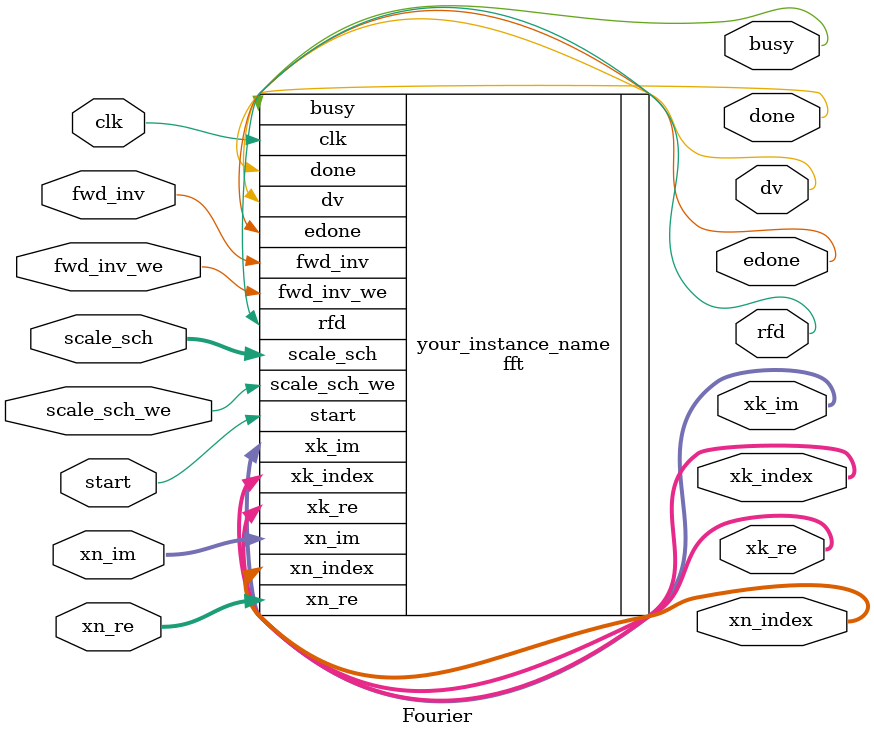
<source format=v>
`timescale 1ns / 1ns
module Fourier(clk, start, xn_re, xn_im, fwd_inv, fwd_inv_we, scale_sch, scale_sch_we, rfd, xn_index, busy, edone, done, dv, xk_index, 
				   xk_re, xk_im
    );

input clk;
input start;
input [9:0] xn_re;
input [9:0] xn_im;
input fwd_inv;
input fwd_inv_we;
input [11:0] scale_sch;
input scale_sch_we;
output rfd;
output [10 : 0] xn_index;
output busy;
output edone;
output done;
output dv;
output [10 : 0] xk_index;
output [9 : 0] xk_re;
output [9 : 0] xk_im;



fft your_instance_name (
  .clk(clk), // input clk
  .start(start), // input start
  .xn_re(xn_re), // input [9 : 0] xn_re
  .xn_im(xn_im), // input [9 : 0] xn_im
  .fwd_inv(fwd_inv), // input fwd_inv
  .fwd_inv_we(fwd_inv_we), // input fwd_inv_we
  .scale_sch(scale_sch), // input [11 : 0] scale_sch
  .scale_sch_we(scale_sch_we), // input scale_sch_we
  .rfd(rfd), // output rfd
  .xn_index(xn_index), // output [10 : 0] xn_index
  .busy(busy), // output busy
  .edone(edone), // output edone
  .done(done), // output done
  .dv(dv), // output dv
  .xk_index(xk_index), // output [10 : 0] xk_index
  .xk_re(xk_re), // output [9 : 0] xk_re
  .xk_im(xk_im) // output [9 : 0] xk_im
);
endmodule

</source>
